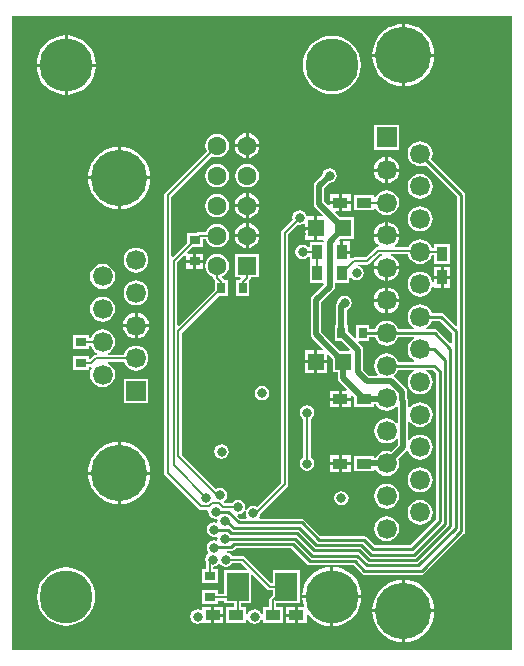
<source format=gbl>
G04 Layer_Physical_Order=4*
G04 Layer_Color=16711680*
%FSAX44Y44*%
%MOMM*%
G71*
G01*
G75*
%ADD11R,0.7500X0.9500*%
%ADD12R,1.3000X0.9000*%
%ADD13R,1.3500X1.4500*%
%ADD17C,0.2000*%
%ADD19C,0.5000*%
%ADD20C,0.2540*%
%ADD21C,1.6000*%
%ADD22R,1.6000X1.6000*%
%ADD23C,1.6900*%
%ADD24R,1.6900X1.6900*%
%ADD25C,4.7600*%
%ADD26C,4.5000*%
%ADD27C,0.8000*%
%ADD39R,0.8500X1.3000*%
%ADD40R,0.9500X0.7500*%
%ADD41R,0.9000X1.3000*%
%ADD42R,1.9000X2.4000*%
G36*
X00763762Y00639588D02*
X00341138D01*
Y01176512D01*
X00763762D01*
Y00639588D01*
D02*
G37*
%LPC*%
G36*
X00673350Y01169632D02*
Y01144580D01*
X00698401D01*
X00698176Y01147443D01*
X00697208Y01151475D01*
X00695622Y01155305D01*
X00693455Y01158840D01*
X00690763Y01161993D01*
X00687610Y01164685D01*
X00684075Y01166852D01*
X00680245Y01168438D01*
X00676213Y01169406D01*
X00673350Y01169632D01*
D02*
G37*
G36*
X00670810D02*
X00667947Y01169406D01*
X00663915Y01168438D01*
X00660085Y01166852D01*
X00656550Y01164685D01*
X00653397Y01161993D01*
X00650705Y01158840D01*
X00648538Y01155305D01*
X00646952Y01151475D01*
X00645984Y01147443D01*
X00645759Y01144580D01*
X00670810D01*
Y01169632D01*
D02*
G37*
G36*
X00387820Y01160036D02*
Y01136270D01*
X00411586D01*
X00411228Y01139909D01*
X00409796Y01144629D01*
X00407471Y01148979D01*
X00404342Y01152792D01*
X00400529Y01155921D01*
X00396179Y01158246D01*
X00391459Y01159678D01*
X00387820Y01160036D01*
D02*
G37*
G36*
X00385280Y01160036D02*
X00381641Y01159678D01*
X00376921Y01158246D01*
X00372571Y01155921D01*
X00368758Y01152792D01*
X00365629Y01148979D01*
X00363304Y01144629D01*
X00361872Y01139909D01*
X00361514Y01136270D01*
X00385280D01*
Y01160036D01*
D02*
G37*
G36*
X00670810Y01142040D02*
X00645759D01*
X00645984Y01139177D01*
X00646952Y01135145D01*
X00648538Y01131315D01*
X00650705Y01127780D01*
X00653397Y01124627D01*
X00656550Y01121935D01*
X00660085Y01119768D01*
X00663915Y01118182D01*
X00667947Y01117214D01*
X00670810Y01116988D01*
Y01142040D01*
D02*
G37*
G36*
X00698401D02*
X00673350D01*
Y01116988D01*
X00676213Y01117214D01*
X00680245Y01118182D01*
X00684075Y01119768D01*
X00687610Y01121935D01*
X00690763Y01124627D01*
X00693455Y01127780D01*
X00695622Y01131315D01*
X00697208Y01135145D01*
X00698176Y01139177D01*
X00698401Y01142040D01*
D02*
G37*
G36*
X00611550Y01159619D02*
X00606747Y01159146D01*
X00602129Y01157745D01*
X00597873Y01155470D01*
X00594142Y01152408D01*
X00591080Y01148677D01*
X00588806Y01144421D01*
X00587405Y01139803D01*
X00586931Y01135000D01*
X00587405Y01130197D01*
X00588806Y01125579D01*
X00591080Y01121323D01*
X00594142Y01117592D01*
X00597873Y01114530D01*
X00602129Y01112255D01*
X00606747Y01110854D01*
X00611550Y01110381D01*
X00616353Y01110854D01*
X00620971Y01112255D01*
X00625227Y01114530D01*
X00628958Y01117592D01*
X00632020Y01121323D01*
X00634295Y01125579D01*
X00635695Y01130197D01*
X00636169Y01135000D01*
X00635695Y01139803D01*
X00634295Y01144421D01*
X00632020Y01148677D01*
X00628958Y01152408D01*
X00625227Y01155470D01*
X00620971Y01157745D01*
X00616353Y01159146D01*
X00611550Y01159619D01*
D02*
G37*
G36*
X00411586Y01133730D02*
X00387820D01*
Y01109964D01*
X00391459Y01110322D01*
X00396179Y01111754D01*
X00400529Y01114079D01*
X00404342Y01117208D01*
X00407471Y01121021D01*
X00409796Y01125371D01*
X00411228Y01130091D01*
X00411586Y01133730D01*
D02*
G37*
G36*
X00385280D02*
X00361514D01*
X00361872Y01130091D01*
X00363304Y01125371D01*
X00365629Y01121021D01*
X00368758Y01117208D01*
X00372571Y01114079D01*
X00376921Y01111754D01*
X00381641Y01110322D01*
X00385280Y01109964D01*
Y01133730D01*
D02*
G37*
G36*
X00541020Y01077264D02*
Y01068070D01*
X00550214D01*
X00550019Y01069551D01*
X00548957Y01072115D01*
X00547267Y01074317D01*
X00545065Y01076007D01*
X00542501Y01077069D01*
X00541020Y01077264D01*
D02*
G37*
G36*
X00538480D02*
X00536998Y01077069D01*
X00534435Y01076007D01*
X00532233Y01074317D01*
X00530543Y01072115D01*
X00529481Y01069551D01*
X00529286Y01068070D01*
X00538480D01*
Y01077264D01*
D02*
G37*
G36*
X00668330Y01084160D02*
X00647430D01*
Y01063260D01*
X00668330D01*
Y01084160D01*
D02*
G37*
G36*
X00550214Y01065530D02*
X00541020D01*
Y01056336D01*
X00542501Y01056531D01*
X00545065Y01057593D01*
X00547267Y01059283D01*
X00548957Y01061485D01*
X00550019Y01064048D01*
X00550214Y01065530D01*
D02*
G37*
G36*
X00538480D02*
X00529286D01*
X00529481Y01064048D01*
X00530543Y01061485D01*
X00532233Y01059283D01*
X00534435Y01057593D01*
X00536998Y01056531D01*
X00538480Y01056336D01*
Y01065530D01*
D02*
G37*
G36*
X00659150Y01057018D02*
Y01047370D01*
X00668798D01*
X00668587Y01048969D01*
X00667480Y01051642D01*
X00665718Y01053938D01*
X00663422Y01055700D01*
X00660749Y01056807D01*
X00659150Y01057018D01*
D02*
G37*
G36*
X00656610D02*
X00655011Y01056807D01*
X00652338Y01055700D01*
X00650042Y01053938D01*
X00648280Y01051642D01*
X00647173Y01048969D01*
X00646962Y01047370D01*
X00656610D01*
Y01057018D01*
D02*
G37*
G36*
X00432820Y01065671D02*
Y01040620D01*
X00457872D01*
X00457646Y01043483D01*
X00456678Y01047515D01*
X00455092Y01051345D01*
X00452925Y01054880D01*
X00450233Y01058033D01*
X00447080Y01060725D01*
X00443545Y01062892D01*
X00439715Y01064478D01*
X00435683Y01065446D01*
X00432820Y01065671D01*
D02*
G37*
G36*
X00430280D02*
X00427417Y01065446D01*
X00423385Y01064478D01*
X00419555Y01062892D01*
X00416020Y01060725D01*
X00412867Y01058033D01*
X00410175Y01054880D01*
X00408008Y01051345D01*
X00406422Y01047515D01*
X00405454Y01043483D01*
X00405229Y01040620D01*
X00430280D01*
Y01065671D01*
D02*
G37*
G36*
X00668798Y01044830D02*
X00659150D01*
Y01035182D01*
X00660749Y01035393D01*
X00663422Y01036500D01*
X00665718Y01038262D01*
X00667480Y01040557D01*
X00668587Y01043231D01*
X00668798Y01044830D01*
D02*
G37*
G36*
X00656610D02*
X00646962D01*
X00647173Y01043231D01*
X00648280Y01040557D01*
X00650042Y01038262D01*
X00652338Y01036500D01*
X00655011Y01035393D01*
X00656610Y01035182D01*
Y01044830D01*
D02*
G37*
G36*
X00539750Y01051486D02*
X00537140Y01051143D01*
X00534707Y01050135D01*
X00532618Y01048532D01*
X00531015Y01046443D01*
X00530007Y01044010D01*
X00529664Y01041400D01*
X00530007Y01038790D01*
X00531015Y01036357D01*
X00532618Y01034268D01*
X00534707Y01032665D01*
X00537140Y01031657D01*
X00539750Y01031314D01*
X00542360Y01031657D01*
X00544793Y01032665D01*
X00546882Y01034268D01*
X00548485Y01036357D01*
X00549493Y01038790D01*
X00549836Y01041400D01*
X00549493Y01044010D01*
X00548485Y01046443D01*
X00546882Y01048532D01*
X00544793Y01050135D01*
X00542360Y01051143D01*
X00539750Y01051486D01*
D02*
G37*
G36*
X00514350D02*
X00511740Y01051143D01*
X00509307Y01050135D01*
X00507218Y01048532D01*
X00505615Y01046443D01*
X00504607Y01044010D01*
X00504264Y01041400D01*
X00504607Y01038790D01*
X00505615Y01036357D01*
X00507218Y01034268D01*
X00509307Y01032665D01*
X00511740Y01031657D01*
X00514350Y01031314D01*
X00516960Y01031657D01*
X00519393Y01032665D01*
X00521482Y01034268D01*
X00523085Y01036357D01*
X00524093Y01038790D01*
X00524436Y01041400D01*
X00524093Y01044010D01*
X00523085Y01046443D01*
X00521482Y01048532D01*
X00519393Y01050135D01*
X00516960Y01051143D01*
X00514350Y01051486D01*
D02*
G37*
G36*
X00657880Y01029030D02*
X00655152Y01028671D01*
X00652610Y01027618D01*
X00650427Y01025943D01*
X00648752Y01023760D01*
X00648420Y01022959D01*
X00647150Y01023211D01*
Y01025040D01*
X00630150D01*
Y01012040D01*
X00647150D01*
Y01013769D01*
X00648420Y01014021D01*
X00648752Y01013220D01*
X00650427Y01011037D01*
X00652610Y01009362D01*
X00655152Y01008309D01*
X00657880Y01007950D01*
X00660608Y01008309D01*
X00663150Y01009362D01*
X00665333Y01011037D01*
X00667008Y01013220D01*
X00668061Y01015762D01*
X00668420Y01018490D01*
X00668061Y01021218D01*
X00667008Y01023760D01*
X00665333Y01025943D01*
X00663150Y01027618D01*
X00660608Y01028671D01*
X00657880Y01029030D01*
D02*
G37*
G36*
X00686280Y01042835D02*
X00683552Y01042476D01*
X00681010Y01041423D01*
X00678827Y01039748D01*
X00677152Y01037565D01*
X00676099Y01035023D01*
X00675740Y01032295D01*
X00676099Y01029567D01*
X00677152Y01027025D01*
X00678827Y01024842D01*
X00681010Y01023167D01*
X00683552Y01022114D01*
X00686280Y01021755D01*
X00689008Y01022114D01*
X00691550Y01023167D01*
X00693733Y01024842D01*
X00695408Y01027025D01*
X00696461Y01029567D01*
X00696820Y01032295D01*
X00696461Y01035023D01*
X00695408Y01037565D01*
X00693733Y01039748D01*
X00691550Y01041423D01*
X00689008Y01042476D01*
X00686280Y01042835D01*
D02*
G37*
G36*
X00627690Y01025580D02*
X00619920D01*
Y01019810D01*
X00627690D01*
Y01025580D01*
D02*
G37*
G36*
X00617380D02*
X00609610D01*
Y01019810D01*
X00617380D01*
Y01025580D01*
D02*
G37*
G36*
X00541020Y01026464D02*
Y01017270D01*
X00550214D01*
X00550019Y01018752D01*
X00548957Y01021316D01*
X00547267Y01023517D01*
X00545065Y01025207D01*
X00542501Y01026269D01*
X00541020Y01026464D01*
D02*
G37*
G36*
X00538480D02*
X00536998Y01026269D01*
X00534435Y01025207D01*
X00532233Y01023517D01*
X00530543Y01021316D01*
X00529481Y01018752D01*
X00529286Y01017270D01*
X00538480D01*
Y01026464D01*
D02*
G37*
G36*
X00457872Y01038080D02*
X00432820D01*
Y01013028D01*
X00435683Y01013254D01*
X00439715Y01014222D01*
X00443545Y01015808D01*
X00447080Y01017975D01*
X00450233Y01020667D01*
X00452925Y01023820D01*
X00455092Y01027355D01*
X00456678Y01031185D01*
X00457646Y01035217D01*
X00457872Y01038080D01*
D02*
G37*
G36*
X00430280D02*
X00405229D01*
X00405454Y01035217D01*
X00406422Y01031185D01*
X00408008Y01027355D01*
X00410175Y01023820D01*
X00412867Y01020667D01*
X00416020Y01017975D01*
X00419555Y01015808D01*
X00423385Y01014222D01*
X00427417Y01013254D01*
X00430280Y01013028D01*
Y01038080D01*
D02*
G37*
G36*
X00627690Y01017270D02*
X00619920D01*
Y01011500D01*
X00627690D01*
Y01017270D01*
D02*
G37*
G36*
X00514350Y01026086D02*
X00511740Y01025743D01*
X00509307Y01024735D01*
X00507218Y01023132D01*
X00505615Y01021043D01*
X00504607Y01018611D01*
X00504264Y01016000D01*
X00504607Y01013390D01*
X00505615Y01010957D01*
X00507218Y01008868D01*
X00509307Y01007265D01*
X00511740Y01006257D01*
X00514350Y01005914D01*
X00516960Y01006257D01*
X00519393Y01007265D01*
X00521482Y01008868D01*
X00523085Y01010957D01*
X00524093Y01013390D01*
X00524436Y01016000D01*
X00524093Y01018611D01*
X00523085Y01021043D01*
X00521482Y01023132D01*
X00519393Y01024735D01*
X00516960Y01025743D01*
X00514350Y01026086D01*
D02*
G37*
G36*
X00550214Y01014730D02*
X00541020D01*
Y01005536D01*
X00542501Y01005731D01*
X00545065Y01006793D01*
X00547267Y01008483D01*
X00548957Y01010685D01*
X00550019Y01013249D01*
X00550214Y01014730D01*
D02*
G37*
G36*
X00538480D02*
X00529286D01*
X00529481Y01013249D01*
X00530543Y01010685D01*
X00532233Y01008483D01*
X00534435Y01006793D01*
X00536998Y01005731D01*
X00538480Y01005536D01*
Y01014730D01*
D02*
G37*
G36*
X00686280Y01015225D02*
X00683552Y01014866D01*
X00681010Y01013813D01*
X00678827Y01012138D01*
X00677152Y01009955D01*
X00676099Y01007413D01*
X00675740Y01004685D01*
X00676099Y01001957D01*
X00677152Y00999415D01*
X00678827Y00997232D01*
X00681010Y00995557D01*
X00683552Y00994504D01*
X00686280Y00994145D01*
X00689008Y00994504D01*
X00691550Y00995557D01*
X00693733Y00997232D01*
X00695408Y00999415D01*
X00696461Y01001957D01*
X00696820Y01004685D01*
X00696461Y01007413D01*
X00695408Y01009955D01*
X00693733Y01012138D01*
X00691550Y01013813D01*
X00689008Y01014866D01*
X00686280Y01015225D01*
D02*
G37*
G36*
X00659150Y01001798D02*
Y00992150D01*
X00668798D01*
X00668587Y00993749D01*
X00667480Y00996422D01*
X00665718Y00998718D01*
X00663422Y01000480D01*
X00660749Y01001587D01*
X00659150Y01001798D01*
D02*
G37*
G36*
X00656610D02*
X00655011Y01001587D01*
X00652338Y01000480D01*
X00650042Y00998718D01*
X00648280Y00996422D01*
X00647173Y00993749D01*
X00646962Y00992150D01*
X00656610D01*
Y01001798D01*
D02*
G37*
G36*
X00541020Y01001064D02*
Y00991870D01*
X00550214D01*
X00550019Y00993352D01*
X00548957Y00995916D01*
X00547267Y00998117D01*
X00545065Y00999807D01*
X00542501Y01000869D01*
X00541020Y01001064D01*
D02*
G37*
G36*
X00538480D02*
X00536998Y01000869D01*
X00534435Y00999807D01*
X00532233Y00998117D01*
X00530543Y00995916D01*
X00529481Y00993352D01*
X00529286Y00991870D01*
X00538480D01*
Y01001064D01*
D02*
G37*
G36*
X00596580Y00995680D02*
X00588560D01*
Y00987160D01*
X00596580D01*
Y00995680D01*
D02*
G37*
G36*
X00550214Y00989330D02*
X00541020D01*
Y00980136D01*
X00542501Y00980331D01*
X00545065Y00981393D01*
X00547267Y00983083D01*
X00548957Y00985285D01*
X00550019Y00987849D01*
X00550214Y00989330D01*
D02*
G37*
G36*
X00538480D02*
X00529286D01*
X00529481Y00987849D01*
X00530543Y00985285D01*
X00532233Y00983083D01*
X00534435Y00981393D01*
X00536998Y00980331D01*
X00538480Y00980136D01*
Y00989330D01*
D02*
G37*
G36*
X00626890Y00985670D02*
X00621370D01*
Y00977900D01*
X00626890D01*
Y00985670D01*
D02*
G37*
G36*
X00502590Y00975190D02*
X00496570D01*
Y00970170D01*
X00502590D01*
Y00975190D01*
D02*
G37*
G36*
Y00967630D02*
X00496570D01*
Y00962610D01*
X00502590D01*
Y00967630D01*
D02*
G37*
G36*
X00494030D02*
X00488010D01*
Y00962610D01*
X00494030D01*
Y00967630D01*
D02*
G37*
G36*
X00445750Y00980340D02*
X00443022Y00979981D01*
X00440480Y00978928D01*
X00438297Y00977253D01*
X00436622Y00975070D01*
X00435569Y00972528D01*
X00435210Y00969800D01*
X00435569Y00967072D01*
X00436622Y00964530D01*
X00438297Y00962347D01*
X00440480Y00960672D01*
X00443022Y00959619D01*
X00445750Y00959260D01*
X00448478Y00959619D01*
X00451020Y00960672D01*
X00453203Y00962347D01*
X00454878Y00964530D01*
X00455931Y00967072D01*
X00456290Y00969800D01*
X00455931Y00972528D01*
X00454878Y00975070D01*
X00453203Y00977253D01*
X00451020Y00978928D01*
X00448478Y00979981D01*
X00445750Y00980340D01*
D02*
G37*
G36*
X00711890Y00964240D02*
X00706120D01*
Y00956470D01*
X00711890D01*
Y00964240D01*
D02*
G37*
G36*
X00703580D02*
X00697810D01*
Y00956470D01*
X00703580D01*
Y00964240D01*
D02*
G37*
G36*
X00668798Y00962000D02*
X00659150D01*
Y00952352D01*
X00660749Y00952563D01*
X00663422Y00953670D01*
X00665718Y00955432D01*
X00667480Y00957728D01*
X00668587Y00960401D01*
X00668798Y00962000D01*
D02*
G37*
G36*
X00656610D02*
X00646962D01*
X00647173Y00960401D01*
X00648280Y00957728D01*
X00650042Y00955432D01*
X00652338Y00953670D01*
X00655011Y00952563D01*
X00656610Y00952352D01*
Y00962000D01*
D02*
G37*
G36*
X00711890Y00953930D02*
X00706120D01*
Y00946160D01*
X00711890D01*
Y00953930D01*
D02*
G37*
G36*
X00686280Y00960005D02*
X00683552Y00959646D01*
X00681010Y00958593D01*
X00678827Y00956918D01*
X00677152Y00954735D01*
X00676099Y00952193D01*
X00675740Y00949465D01*
X00676099Y00946737D01*
X00677152Y00944195D01*
X00678827Y00942012D01*
X00681010Y00940337D01*
X00683552Y00939284D01*
X00686280Y00938925D01*
X00689008Y00939284D01*
X00691550Y00940337D01*
X00693733Y00942012D01*
X00695408Y00944195D01*
X00696461Y00946737D01*
X00696540Y00947337D01*
X00697810Y00947254D01*
Y00946160D01*
X00703580D01*
Y00953930D01*
X00697810D01*
Y00951676D01*
X00696540Y00951593D01*
X00696461Y00952193D01*
X00695408Y00954735D01*
X00693733Y00956918D01*
X00691550Y00958593D01*
X00689008Y00959646D01*
X00686280Y00960005D01*
D02*
G37*
G36*
X00417350Y00966490D02*
X00414622Y00966131D01*
X00412080Y00965078D01*
X00409897Y00963403D01*
X00408222Y00961220D01*
X00407169Y00958678D01*
X00406810Y00955950D01*
X00407169Y00953222D01*
X00408222Y00950680D01*
X00409897Y00948497D01*
X00412080Y00946822D01*
X00414622Y00945769D01*
X00417350Y00945410D01*
X00420078Y00945769D01*
X00422620Y00946822D01*
X00424803Y00948497D01*
X00426478Y00950680D01*
X00427531Y00953222D01*
X00427890Y00955950D01*
X00427531Y00958678D01*
X00426478Y00961220D01*
X00424803Y00963403D01*
X00422620Y00965078D01*
X00420078Y00966131D01*
X00417350Y00966490D01*
D02*
G37*
G36*
X00549750Y00975200D02*
X00529750D01*
Y00955200D01*
X00533925D01*
X00534411Y00954027D01*
X00533887Y00953503D01*
X00533484Y00952900D01*
X00530300D01*
Y00939400D01*
X00541800D01*
Y00952764D01*
X00541913Y00952877D01*
X00541913Y00952877D01*
X00542576Y00953869D01*
X00542809Y00955040D01*
Y00955200D01*
X00549750D01*
Y00975200D01*
D02*
G37*
G36*
X00659150Y00946578D02*
Y00936930D01*
X00668798D01*
X00668587Y00938529D01*
X00667480Y00941202D01*
X00665718Y00943498D01*
X00663422Y00945260D01*
X00660749Y00946367D01*
X00659150Y00946578D01*
D02*
G37*
G36*
X00656610D02*
X00655011Y00946367D01*
X00652338Y00945260D01*
X00650042Y00943498D01*
X00648280Y00941202D01*
X00647173Y00938529D01*
X00646962Y00936930D01*
X00656610D01*
Y00946578D01*
D02*
G37*
G36*
X00445750Y00952640D02*
X00443022Y00952281D01*
X00440480Y00951228D01*
X00438297Y00949553D01*
X00436622Y00947370D01*
X00435569Y00944828D01*
X00435210Y00942100D01*
X00435569Y00939372D01*
X00436622Y00936830D01*
X00438297Y00934647D01*
X00440480Y00932972D01*
X00443022Y00931919D01*
X00445750Y00931560D01*
X00448478Y00931919D01*
X00451020Y00932972D01*
X00453203Y00934647D01*
X00454878Y00936830D01*
X00455931Y00939372D01*
X00456290Y00942100D01*
X00455931Y00944828D01*
X00454878Y00947370D01*
X00453203Y00949553D01*
X00451020Y00951228D01*
X00448478Y00952281D01*
X00445750Y00952640D01*
D02*
G37*
G36*
X00668798Y00934390D02*
X00659150D01*
Y00924742D01*
X00660749Y00924953D01*
X00663422Y00926060D01*
X00665718Y00927822D01*
X00667480Y00930118D01*
X00668587Y00932791D01*
X00668798Y00934390D01*
D02*
G37*
G36*
X00656610D02*
X00646962D01*
X00647173Y00932791D01*
X00648280Y00930118D01*
X00650042Y00927822D01*
X00652338Y00926060D01*
X00655011Y00924953D01*
X00656610Y00924742D01*
Y00934390D01*
D02*
G37*
G36*
X00417350Y00938790D02*
X00414622Y00938431D01*
X00412080Y00937378D01*
X00409897Y00935703D01*
X00408222Y00933520D01*
X00407169Y00930978D01*
X00406810Y00928250D01*
X00407169Y00925522D01*
X00408222Y00922980D01*
X00409897Y00920797D01*
X00412080Y00919122D01*
X00414622Y00918069D01*
X00417350Y00917710D01*
X00420078Y00918069D01*
X00422620Y00919122D01*
X00424803Y00920797D01*
X00426478Y00922980D01*
X00427531Y00925522D01*
X00427890Y00928250D01*
X00427531Y00930978D01*
X00426478Y00933520D01*
X00424803Y00935703D01*
X00422620Y00937378D01*
X00420078Y00938431D01*
X00417350Y00938790D01*
D02*
G37*
G36*
X00447020Y00925318D02*
Y00915670D01*
X00456668D01*
X00456457Y00917269D01*
X00455350Y00919942D01*
X00453588Y00922238D01*
X00451292Y00924000D01*
X00448619Y00925107D01*
X00447020Y00925318D01*
D02*
G37*
G36*
X00444480Y00925318D02*
X00442881Y00925107D01*
X00440208Y00924000D01*
X00437912Y00922238D01*
X00436150Y00919942D01*
X00435043Y00917269D01*
X00434832Y00915670D01*
X00444480D01*
Y00925318D01*
D02*
G37*
G36*
X00417350Y00911090D02*
X00414622Y00910731D01*
X00412080Y00909678D01*
X00409897Y00908003D01*
X00408222Y00905820D01*
X00407306Y00903609D01*
X00405530D01*
Y00906290D01*
X00392030D01*
Y00894790D01*
X00405530D01*
Y00897491D01*
X00407306D01*
X00408222Y00895280D01*
X00409897Y00893097D01*
X00412080Y00891422D01*
X00413029Y00891029D01*
X00412776Y00889759D01*
X00411720D01*
X00410549Y00889526D01*
X00409557Y00888863D01*
X00409557Y00888863D01*
X00406800Y00886106D01*
X00405530Y00886632D01*
Y00888290D01*
X00392030D01*
Y00876790D01*
X00405530D01*
Y00879481D01*
X00407560D01*
X00407560Y00879481D01*
X00407685Y00879506D01*
X00408401Y00878354D01*
X00408222Y00878120D01*
X00407169Y00875578D01*
X00406810Y00872850D01*
X00407169Y00870122D01*
X00408222Y00867580D01*
X00409897Y00865397D01*
X00412080Y00863722D01*
X00414622Y00862669D01*
X00417350Y00862310D01*
X00420078Y00862669D01*
X00422620Y00863722D01*
X00424803Y00865397D01*
X00426478Y00867580D01*
X00427531Y00870122D01*
X00427890Y00872850D01*
X00427531Y00875578D01*
X00426478Y00878120D01*
X00424803Y00880303D01*
X00422620Y00881978D01*
X00421671Y00882371D01*
X00421923Y00883641D01*
X00435706D01*
X00436622Y00881430D01*
X00438297Y00879247D01*
X00440480Y00877572D01*
X00443022Y00876519D01*
X00445750Y00876160D01*
X00448478Y00876519D01*
X00451020Y00877572D01*
X00453203Y00879247D01*
X00454878Y00881430D01*
X00455931Y00883972D01*
X00456290Y00886700D01*
X00455931Y00889428D01*
X00454878Y00891970D01*
X00453203Y00894153D01*
X00451020Y00895828D01*
X00448478Y00896881D01*
X00445750Y00897240D01*
X00443022Y00896881D01*
X00440480Y00895828D01*
X00438297Y00894153D01*
X00436622Y00891970D01*
X00435706Y00889759D01*
X00421923D01*
X00421671Y00891029D01*
X00422620Y00891422D01*
X00424803Y00893097D01*
X00426478Y00895280D01*
X00427531Y00897822D01*
X00427890Y00900550D01*
X00427531Y00903278D01*
X00426478Y00905820D01*
X00424803Y00908003D01*
X00422620Y00909678D01*
X00420078Y00910731D01*
X00417350Y00911090D01*
D02*
G37*
G36*
X00444480Y00913130D02*
X00434832D01*
X00435043Y00911531D01*
X00436150Y00908858D01*
X00437912Y00906562D01*
X00440208Y00904800D01*
X00442881Y00903693D01*
X00444480Y00903482D01*
Y00913130D01*
D02*
G37*
G36*
X00456668D02*
X00447020D01*
Y00903482D01*
X00448619Y00903693D01*
X00451292Y00904800D01*
X00453588Y00906562D01*
X00455350Y00908858D01*
X00456457Y00911531D01*
X00456668Y00913130D01*
D02*
G37*
G36*
X00596580Y00893710D02*
X00588560D01*
Y00885190D01*
X00596580D01*
Y00893710D01*
D02*
G37*
G36*
X00607140Y00882650D02*
X00599120D01*
Y00874130D01*
X00607140D01*
Y00882650D01*
D02*
G37*
G36*
X00596580D02*
X00588560D01*
Y00874130D01*
X00596580D01*
Y00882650D01*
D02*
G37*
G36*
X00617380Y00859210D02*
X00609610D01*
Y00853440D01*
X00617380D01*
Y00859210D01*
D02*
G37*
G36*
X00552450Y00863367D02*
X00550109Y00862902D01*
X00548124Y00861576D01*
X00546798Y00859591D01*
X00546333Y00857250D01*
X00546798Y00854909D01*
X00548124Y00852924D01*
X00550109Y00851598D01*
X00552450Y00851133D01*
X00554791Y00851598D01*
X00556776Y00852924D01*
X00558102Y00854909D01*
X00558568Y00857250D01*
X00558102Y00859591D01*
X00556776Y00861576D01*
X00554791Y00862902D01*
X00552450Y00863367D01*
D02*
G37*
G36*
X00456200Y00869450D02*
X00435300D01*
Y00848550D01*
X00456200D01*
Y00869450D01*
D02*
G37*
G36*
X00627690Y00850900D02*
X00619920D01*
Y00845130D01*
X00627690D01*
Y00850900D01*
D02*
G37*
G36*
X00617380D02*
X00609610D01*
Y00845130D01*
X00617380D01*
Y00850900D01*
D02*
G37*
G36*
X00518160Y00813838D02*
X00515819Y00813372D01*
X00513834Y00812046D01*
X00512508Y00810061D01*
X00512043Y00807720D01*
X00512508Y00805379D01*
X00513834Y00803394D01*
X00515819Y00802068D01*
X00518160Y00801602D01*
X00520501Y00802068D01*
X00522486Y00803394D01*
X00523812Y00805379D01*
X00524277Y00807720D01*
X00523812Y00810061D01*
X00522486Y00812046D01*
X00520501Y00813372D01*
X00518160Y00813838D01*
D02*
G37*
G36*
X00627690Y00804600D02*
X00619920D01*
Y00798830D01*
X00627690D01*
Y00804600D01*
D02*
G37*
G36*
X00617380D02*
X00609610D01*
Y00798830D01*
X00617380D01*
Y00804600D01*
D02*
G37*
G36*
X00590550Y00846858D02*
X00588209Y00846392D01*
X00586224Y00845066D01*
X00584898Y00843081D01*
X00584432Y00840740D01*
X00584898Y00838399D01*
X00586224Y00836414D01*
X00587491Y00835568D01*
Y00802732D01*
X00586224Y00801886D01*
X00584898Y00799901D01*
X00584432Y00797560D01*
X00584898Y00795219D01*
X00586224Y00793234D01*
X00588209Y00791908D01*
X00590550Y00791442D01*
X00592891Y00791908D01*
X00594876Y00793234D01*
X00596202Y00795219D01*
X00596668Y00797560D01*
X00596202Y00799901D01*
X00594876Y00801886D01*
X00593609Y00802732D01*
Y00835568D01*
X00594876Y00836414D01*
X00596202Y00838399D01*
X00596668Y00840740D01*
X00596202Y00843081D01*
X00594876Y00845066D01*
X00592891Y00846392D01*
X00590550Y00846858D01*
D02*
G37*
G36*
X00432820Y00815771D02*
Y00790720D01*
X00457872D01*
X00457646Y00793583D01*
X00456678Y00797615D01*
X00455092Y00801445D01*
X00452925Y00804980D01*
X00450233Y00808133D01*
X00447080Y00810825D01*
X00443545Y00812992D01*
X00439715Y00814578D01*
X00435683Y00815546D01*
X00432820Y00815771D01*
D02*
G37*
G36*
X00430280D02*
X00427417Y00815546D01*
X00423385Y00814578D01*
X00419555Y00812992D01*
X00416020Y00810825D01*
X00412867Y00808133D01*
X00410175Y00804980D01*
X00408008Y00801445D01*
X00406422Y00797615D01*
X00405454Y00793583D01*
X00405229Y00790720D01*
X00430280D01*
Y00815771D01*
D02*
G37*
G36*
X00627690Y00796290D02*
X00619920D01*
Y00790520D01*
X00627690D01*
Y00796290D01*
D02*
G37*
G36*
X00617380D02*
X00609610D01*
Y00790520D01*
X00617380D01*
Y00796290D01*
D02*
G37*
G36*
X00686280Y00794345D02*
X00683552Y00793986D01*
X00681010Y00792933D01*
X00678827Y00791258D01*
X00677152Y00789075D01*
X00676099Y00786533D01*
X00675740Y00783805D01*
X00676099Y00781077D01*
X00677152Y00778535D01*
X00678827Y00776352D01*
X00681010Y00774677D01*
X00683552Y00773624D01*
X00686280Y00773265D01*
X00689008Y00773624D01*
X00691550Y00774677D01*
X00693733Y00776352D01*
X00695408Y00778535D01*
X00696461Y00781077D01*
X00696820Y00783805D01*
X00696461Y00786533D01*
X00695408Y00789075D01*
X00693733Y00791258D01*
X00691550Y00792933D01*
X00689008Y00793986D01*
X00686280Y00794345D01*
D02*
G37*
G36*
X00430280Y00788180D02*
X00405229D01*
X00405454Y00785317D01*
X00406422Y00781285D01*
X00408008Y00777455D01*
X00410175Y00773920D01*
X00412867Y00770767D01*
X00416020Y00768075D01*
X00419555Y00765908D01*
X00423385Y00764322D01*
X00427417Y00763354D01*
X00430280Y00763129D01*
Y00788180D01*
D02*
G37*
G36*
X00457872D02*
X00432820D01*
Y00763129D01*
X00435683Y00763354D01*
X00439715Y00764322D01*
X00443545Y00765908D01*
X00447080Y00768075D01*
X00450233Y00770767D01*
X00452925Y00773920D01*
X00455092Y00777455D01*
X00456678Y00781285D01*
X00457646Y00785317D01*
X00457872Y00788180D01*
D02*
G37*
G36*
X00619600Y00774307D02*
X00617259Y00773842D01*
X00615274Y00772516D01*
X00613948Y00770531D01*
X00613483Y00768190D01*
X00613948Y00765849D01*
X00615274Y00763864D01*
X00617259Y00762538D01*
X00619600Y00762073D01*
X00621941Y00762538D01*
X00623926Y00763864D01*
X00625252Y00765849D01*
X00625718Y00768190D01*
X00625252Y00770531D01*
X00623926Y00772516D01*
X00621941Y00773842D01*
X00619600Y00774307D01*
D02*
G37*
G36*
X00657880Y00780540D02*
X00655152Y00780181D01*
X00652610Y00779128D01*
X00650427Y00777453D01*
X00648752Y00775270D01*
X00647699Y00772728D01*
X00647340Y00770000D01*
X00647699Y00767272D01*
X00648752Y00764730D01*
X00650427Y00762547D01*
X00652610Y00760872D01*
X00655152Y00759819D01*
X00657880Y00759460D01*
X00660608Y00759819D01*
X00663150Y00760872D01*
X00665333Y00762547D01*
X00667008Y00764730D01*
X00668061Y00767272D01*
X00668420Y00770000D01*
X00668061Y00772728D01*
X00667008Y00775270D01*
X00665333Y00777453D01*
X00663150Y00779128D01*
X00660608Y00780181D01*
X00657880Y00780540D01*
D02*
G37*
G36*
X00514350Y01076886D02*
X00511740Y01076543D01*
X00509307Y01075535D01*
X00507218Y01073932D01*
X00505615Y01071843D01*
X00504607Y01069410D01*
X00504264Y01066800D01*
X00504607Y01064190D01*
X00505429Y01062205D01*
X00470277Y01027053D01*
X00469614Y01026060D01*
X00469381Y01024890D01*
X00469381Y01024890D01*
Y00789940D01*
X00469381Y00789940D01*
X00469614Y00788770D01*
X00470277Y00787777D01*
X00498867Y00759187D01*
X00499860Y00758524D01*
X00501030Y00758291D01*
X00506234D01*
X00507040Y00757309D01*
X00506963Y00756920D01*
X00507428Y00754579D01*
X00508754Y00752594D01*
X00510739Y00751268D01*
X00513080Y00750803D01*
X00513834Y00750953D01*
X00514733Y00750054D01*
X00514582Y00749300D01*
X00514760Y00748407D01*
X00514662Y00748233D01*
X00513660Y00747430D01*
X00511810Y00747797D01*
X00509469Y00747332D01*
X00507484Y00746006D01*
X00506158Y00744021D01*
X00505692Y00741680D01*
X00506158Y00739339D01*
X00507484Y00737354D01*
X00509469Y00736028D01*
X00511810Y00735563D01*
X00513660Y00735930D01*
X00514662Y00735127D01*
X00514760Y00734953D01*
X00514582Y00734060D01*
X00514760Y00733167D01*
X00514662Y00732993D01*
X00513660Y00732190D01*
X00511810Y00732558D01*
X00509469Y00732092D01*
X00507484Y00730766D01*
X00506158Y00728781D01*
X00505692Y00726440D01*
X00506158Y00724099D01*
X00507084Y00722714D01*
X00506922Y00721079D01*
X00506214Y00720606D01*
X00504888Y00718621D01*
X00504422Y00716280D01*
X00504888Y00713939D01*
X00504959Y00713832D01*
X00504941Y00713740D01*
X00504941Y00713740D01*
Y00708170D01*
X00501250D01*
Y00696670D01*
X00514750D01*
Y00708170D01*
X00511059D01*
Y00710266D01*
X00512881Y00710628D01*
X00514866Y00711954D01*
X00515491Y00712890D01*
X00517019D01*
X00517644Y00711954D01*
X00519629Y00710628D01*
X00521970Y00710163D01*
X00524311Y00710628D01*
X00526296Y00711954D01*
X00527142Y00713221D01*
X00534673D01*
X00539301Y00708593D01*
X00538815Y00707420D01*
X00520450D01*
Y00687479D01*
X00514750D01*
Y00690170D01*
X00501250D01*
Y00678670D01*
X00514750D01*
Y00681361D01*
X00520450D01*
Y00679420D01*
X00528891D01*
Y00675790D01*
X00522200D01*
Y00662790D01*
X00539200D01*
Y00665444D01*
X00540448Y00665679D01*
X00541774Y00663694D01*
X00543759Y00662368D01*
X00546100Y00661902D01*
X00548441Y00662368D01*
X00550426Y00663694D01*
X00551752Y00665679D01*
X00553000Y00665444D01*
Y00662790D01*
X00570000D01*
Y00675790D01*
X00564559D01*
Y00679420D01*
X00584450D01*
Y00707420D01*
X00561450D01*
Y00696479D01*
X00560067D01*
X00538103Y00718443D01*
X00537110Y00719106D01*
X00535940Y00719339D01*
X00535940Y00719339D01*
X00527142D01*
X00526296Y00720606D01*
X00524311Y00721932D01*
X00523034Y00722186D01*
X00523159Y00723456D01*
X00526130D01*
X00527406Y00723710D01*
X00528488Y00724433D01*
X00530241Y00726186D01*
X00576987D01*
X00590531Y00712643D01*
X00591613Y00711920D01*
X00592888Y00711666D01*
X00629487D01*
X00636670Y00704482D01*
X00637752Y00703760D01*
X00639028Y00703506D01*
X00687495D01*
X00688771Y00703760D01*
X00689853Y00704482D01*
X00723367Y00737997D01*
X00724090Y00739079D01*
X00724344Y00740355D01*
Y01025175D01*
X00724090Y01026451D01*
X00723367Y01027533D01*
X00695659Y01055241D01*
X00696461Y01057177D01*
X00696820Y01059905D01*
X00696461Y01062633D01*
X00695408Y01065175D01*
X00693733Y01067358D01*
X00691550Y01069033D01*
X00689008Y01070086D01*
X00686280Y01070445D01*
X00683552Y01070086D01*
X00681010Y01069033D01*
X00678827Y01067358D01*
X00677152Y01065175D01*
X00676099Y01062633D01*
X00675740Y01059905D01*
X00676099Y01057177D01*
X00677152Y01054635D01*
X00678827Y01052452D01*
X00681010Y01050777D01*
X00683552Y01049724D01*
X00686280Y01049365D01*
X00689008Y01049724D01*
X00690944Y01050526D01*
X00717676Y01023794D01*
Y00914838D01*
X00716503Y00914352D01*
X00706643Y00924212D01*
X00705561Y00924935D01*
X00704285Y00925189D01*
X00696210D01*
X00695408Y00927125D01*
X00693733Y00929308D01*
X00691550Y00930983D01*
X00689008Y00932036D01*
X00686280Y00932395D01*
X00683552Y00932036D01*
X00681010Y00930983D01*
X00678827Y00929308D01*
X00677152Y00927125D01*
X00676099Y00924583D01*
X00675740Y00921855D01*
X00676099Y00919127D01*
X00677152Y00916585D01*
X00678827Y00914402D01*
X00681010Y00912727D01*
X00681186Y00912654D01*
X00680933Y00911384D01*
X00667810D01*
X00667008Y00913320D01*
X00665333Y00915503D01*
X00663150Y00917178D01*
X00660608Y00918231D01*
X00657880Y00918590D01*
X00655152Y00918231D01*
X00652610Y00917178D01*
X00650427Y00915503D01*
X00648752Y00913320D01*
X00647950Y00911384D01*
X00643400D01*
Y00914800D01*
X00631900D01*
Y00903948D01*
X00630727Y00903462D01*
X00625400Y00908789D01*
Y00914800D01*
X00624238D01*
Y00927718D01*
X00624641Y00927798D01*
X00626626Y00929124D01*
X00627952Y00931109D01*
X00628418Y00933450D01*
X00627952Y00935791D01*
X00626626Y00937776D01*
X00624641Y00939102D01*
X00622300Y00939567D01*
X00619959Y00939102D01*
X00617974Y00937776D01*
X00616648Y00935791D01*
X00616256Y00933821D01*
X00615411Y00932556D01*
X00615062Y00930800D01*
Y00914800D01*
X00613900D01*
Y00901300D01*
X00619911D01*
X00626868Y00894343D01*
X00626382Y00893170D01*
X00618589D01*
X00602758Y00909000D01*
Y00934090D01*
X00612844Y00944176D01*
X00613839Y00945664D01*
X00614188Y00947420D01*
Y00950350D01*
X00626350D01*
Y00954909D01*
X00627620Y00955294D01*
X00628134Y00954524D01*
X00630119Y00953198D01*
X00632460Y00952732D01*
X00634801Y00953198D01*
X00636786Y00954524D01*
X00638112Y00956509D01*
X00638577Y00958850D01*
X00638112Y00961191D01*
X00636786Y00963176D01*
X00634801Y00964502D01*
X00633899Y00964681D01*
X00634025Y00965951D01*
X00641350D01*
X00641350Y00965951D01*
X00642521Y00966184D01*
X00643513Y00966847D01*
X00651507Y00974841D01*
X00653779D01*
X00654031Y00973571D01*
X00652338Y00972870D01*
X00650042Y00971108D01*
X00648280Y00968812D01*
X00647173Y00966139D01*
X00646962Y00964540D01*
X00668798D01*
X00668587Y00966139D01*
X00667480Y00968812D01*
X00665718Y00971108D01*
X00663422Y00972870D01*
X00661729Y00973571D01*
X00661982Y00974841D01*
X00676034D01*
X00676099Y00974347D01*
X00677152Y00971805D01*
X00678827Y00969622D01*
X00681010Y00967947D01*
X00683552Y00966894D01*
X00686280Y00966535D01*
X00689008Y00966894D01*
X00691550Y00967947D01*
X00693733Y00969622D01*
X00695408Y00971805D01*
X00696324Y00974016D01*
X00698350D01*
Y00966700D01*
X00711350D01*
Y00983700D01*
X00698350D01*
Y00980134D01*
X00696324D01*
X00695408Y00982345D01*
X00693733Y00984528D01*
X00691550Y00986203D01*
X00689008Y00987256D01*
X00686280Y00987615D01*
X00683552Y00987256D01*
X00681010Y00986203D01*
X00678827Y00984528D01*
X00677152Y00982345D01*
X00676578Y00980959D01*
X00665090D01*
X00664659Y00982229D01*
X00665718Y00983042D01*
X00667480Y00985338D01*
X00668587Y00988011D01*
X00668798Y00989610D01*
X00646962D01*
X00647173Y00988011D01*
X00648280Y00985338D01*
X00650042Y00983042D01*
X00651101Y00982229D01*
X00650670Y00980959D01*
X00650240D01*
X00650240Y00980959D01*
X00649070Y00980726D01*
X00648077Y00980063D01*
X00648077Y00980063D01*
X00640083Y00972069D01*
X00630260D01*
X00629089Y00971836D01*
X00628160Y00971215D01*
X00627600Y00971331D01*
X00626890Y00971625D01*
Y00975360D01*
X00620100D01*
Y00976630D01*
X00618830D01*
Y00985670D01*
X00618218D01*
X00617732Y00986843D01*
X00618589Y00987700D01*
X00630100D01*
Y01006200D01*
X00618589D01*
X00614462Y01010327D01*
X00614948Y01011500D01*
X00617380D01*
Y01017270D01*
X00609610D01*
Y01016838D01*
X00608437Y01016352D01*
X00605298Y01019491D01*
Y01030610D01*
X00610063Y01035375D01*
X00611941Y01035748D01*
X00613926Y01037074D01*
X00615252Y01039059D01*
X00615718Y01041400D01*
X00615252Y01043741D01*
X00613926Y01045726D01*
X00611941Y01047052D01*
X00609600Y01047517D01*
X00607259Y01047052D01*
X00605274Y01045726D01*
X00603948Y01043741D01*
X00603575Y01041863D01*
X00597466Y01035754D01*
X00596471Y01034266D01*
X00596122Y01032510D01*
Y01017590D01*
X00596471Y01015834D01*
X00597466Y01014346D01*
X00603898Y01007913D01*
X00603412Y01006740D01*
X00599120D01*
Y00996950D01*
Y00987160D01*
X00603822D01*
X00604582Y00986087D01*
X00604130Y00985130D01*
X00592850D01*
Y00980571D01*
X00591580Y00980186D01*
X00591066Y00980956D01*
X00589081Y00982282D01*
X00586740Y00982747D01*
X00584399Y00982282D01*
X00582414Y00980956D01*
X00581088Y00978971D01*
X00580622Y00976630D01*
X00581088Y00974289D01*
X00582414Y00972304D01*
X00584399Y00970978D01*
X00586740Y00970512D01*
X00589081Y00970978D01*
X00591066Y00972304D01*
X00591580Y00973074D01*
X00592850Y00972689D01*
Y00968130D01*
X00592850D01*
Y00967350D01*
X00592850D01*
Y00950350D01*
X00604431D01*
X00604771Y00949080D01*
X00594926Y00939234D01*
X00593931Y00937746D01*
X00593582Y00935990D01*
Y00907100D01*
X00593931Y00905344D01*
X00594926Y00903856D01*
X00603898Y00894883D01*
X00603412Y00893710D01*
X00599120D01*
Y00885190D01*
X00607140D01*
Y00889982D01*
X00608313Y00890468D01*
X00612600Y00886181D01*
Y00874670D01*
X00616442D01*
Y00869790D01*
X00616791Y00868034D01*
X00617786Y00866546D01*
X00623948Y00860383D01*
X00623462Y00859210D01*
X00619920D01*
Y00853440D01*
X00627690D01*
Y00854982D01*
X00628863Y00855468D01*
X00630150Y00854181D01*
Y00845670D01*
X00647150D01*
Y00847582D01*
X00648743D01*
X00648752Y00847560D01*
X00650427Y00845377D01*
X00652610Y00843702D01*
X00655152Y00842649D01*
X00657880Y00842290D01*
X00660608Y00842649D01*
X00663150Y00843702D01*
X00665333Y00845377D01*
X00665972Y00846209D01*
X00667242Y00845778D01*
Y00832272D01*
X00665972Y00831840D01*
X00665333Y00832673D01*
X00663150Y00834348D01*
X00660608Y00835401D01*
X00657880Y00835760D01*
X00655152Y00835401D01*
X00652610Y00834348D01*
X00650427Y00832673D01*
X00648752Y00830490D01*
X00647699Y00827948D01*
X00647340Y00825220D01*
X00647699Y00822492D01*
X00648752Y00819950D01*
X00650427Y00817767D01*
X00652610Y00816092D01*
X00655152Y00815039D01*
X00657880Y00814680D01*
X00660608Y00815039D01*
X00663150Y00816092D01*
X00665333Y00817767D01*
X00665972Y00818599D01*
X00667242Y00818168D01*
Y00813460D01*
X00661290Y00807508D01*
X00660608Y00807791D01*
X00657880Y00808150D01*
X00655152Y00807791D01*
X00652610Y00806738D01*
X00650427Y00805063D01*
X00648752Y00802880D01*
X00648469Y00802198D01*
X00647150D01*
Y00804060D01*
X00630150D01*
Y00791060D01*
X00647150D01*
Y00793022D01*
X00648469D01*
X00648752Y00792340D01*
X00650427Y00790157D01*
X00652610Y00788482D01*
X00655152Y00787429D01*
X00657880Y00787070D01*
X00660608Y00787429D01*
X00663150Y00788482D01*
X00665333Y00790157D01*
X00667008Y00792340D01*
X00668061Y00794882D01*
X00668420Y00797610D01*
X00668061Y00800338D01*
X00667778Y00801020D01*
X00674936Y00808177D01*
X00675584Y00808190D01*
X00676386Y00807993D01*
X00677152Y00806145D01*
X00678827Y00803962D01*
X00681010Y00802287D01*
X00683552Y00801234D01*
X00686280Y00800875D01*
X00689008Y00801234D01*
X00691550Y00802287D01*
X00693733Y00803962D01*
X00695408Y00806145D01*
X00696461Y00808687D01*
X00696820Y00811415D01*
X00696461Y00814143D01*
X00695408Y00816685D01*
X00693733Y00818868D01*
X00691550Y00820543D01*
X00689008Y00821596D01*
X00686280Y00821955D01*
X00683552Y00821596D01*
X00681010Y00820543D01*
X00678827Y00818868D01*
X00677688Y00817384D01*
X00676418Y00817815D01*
Y00832625D01*
X00677688Y00833056D01*
X00678827Y00831572D01*
X00681010Y00829897D01*
X00683552Y00828844D01*
X00686280Y00828485D01*
X00689008Y00828844D01*
X00691550Y00829897D01*
X00693733Y00831572D01*
X00695408Y00833755D01*
X00696461Y00836297D01*
X00696820Y00839025D01*
X00696461Y00841753D01*
X00695408Y00844295D01*
X00693733Y00846478D01*
X00691550Y00848153D01*
X00689008Y00849206D01*
X00686280Y00849565D01*
X00683552Y00849206D01*
X00681010Y00848153D01*
X00678827Y00846478D01*
X00677688Y00844994D01*
X00676418Y00845425D01*
Y00850280D01*
X00676069Y00852036D01*
X00675418Y00853010D01*
Y00858194D01*
X00675069Y00859950D01*
X00674074Y00861438D01*
X00664858Y00870654D01*
X00664393Y00870965D01*
X00664352Y00872234D01*
X00665333Y00872987D01*
X00667008Y00875170D01*
X00667810Y00877106D01*
X00680933D01*
X00681186Y00875836D01*
X00681010Y00875763D01*
X00678827Y00874088D01*
X00677152Y00871905D01*
X00676099Y00869363D01*
X00675740Y00866635D01*
X00676099Y00863907D01*
X00677152Y00861365D01*
X00678827Y00859182D01*
X00681010Y00857507D01*
X00683552Y00856454D01*
X00686280Y00856095D01*
X00689008Y00856454D01*
X00691550Y00857507D01*
X00693733Y00859182D01*
X00695408Y00861365D01*
X00696461Y00863907D01*
X00696820Y00866635D01*
X00696461Y00869363D01*
X00695408Y00871905D01*
X00693733Y00874088D01*
X00691550Y00875763D01*
X00691374Y00875836D01*
X00691627Y00877106D01*
X00696789D01*
X00699516Y00874379D01*
Y00750022D01*
X00677829Y00728334D01*
X00647931D01*
X00640748Y00735518D01*
X00639666Y00736240D01*
X00638390Y00736494D01*
X00601791D01*
X00588248Y00750038D01*
X00587166Y00750760D01*
X00585891Y00751014D01*
X00550476D01*
X00549797Y00752284D01*
X00550482Y00753309D01*
X00550794Y00754878D01*
X00573663Y00777747D01*
X00574326Y00778739D01*
X00574559Y00779910D01*
X00574559Y00779910D01*
Y00991873D01*
X00582705Y01000020D01*
X00584200Y00999723D01*
X00586541Y01000188D01*
X00587290Y01000688D01*
X00588560Y01000010D01*
Y00998220D01*
X00596580D01*
Y01006740D01*
X00590139D01*
X00589852Y01008181D01*
X00588526Y01010166D01*
X00586541Y01011492D01*
X00584200Y01011957D01*
X00581859Y01011492D01*
X00579874Y01010166D01*
X00578548Y01008181D01*
X00578083Y01005840D01*
X00578380Y01004345D01*
X00569337Y00995303D01*
X00568674Y00994311D01*
X00568441Y00993140D01*
X00568441Y00993140D01*
Y00781177D01*
X00548007Y00760743D01*
X00547171Y00761302D01*
X00544830Y00761768D01*
X00542489Y00761302D01*
X00540504Y00759976D01*
X00539178Y00757991D01*
X00538713Y00755650D01*
X00539178Y00753309D01*
X00539863Y00752284D01*
X00539184Y00751014D01*
X00533982D01*
X00531497Y00753499D01*
X00531824Y00754110D01*
X00532172Y00754621D01*
X00534471Y00755078D01*
X00536456Y00756404D01*
X00537782Y00758389D01*
X00538247Y00760730D01*
X00537782Y00763071D01*
X00536456Y00765056D01*
X00534471Y00766382D01*
X00532130Y00766848D01*
X00529789Y00766382D01*
X00527804Y00765056D01*
X00527031Y00763899D01*
X00521129D01*
X00520369Y00764726D01*
X00520530Y00766136D01*
X00521216Y00766594D01*
X00522542Y00768579D01*
X00523008Y00770920D01*
X00522542Y00773261D01*
X00521216Y00775246D01*
X00519231Y00776572D01*
X00516890Y00777038D01*
X00514549Y00776572D01*
X00513617Y00775949D01*
X00484579Y00804987D01*
Y00908353D01*
X00515626Y00939400D01*
X00523800D01*
Y00952900D01*
X00520616D01*
X00520213Y00953503D01*
X00518686Y00955029D01*
X00518934Y00956275D01*
X00519393Y00956465D01*
X00521482Y00958068D01*
X00523085Y00960157D01*
X00524093Y00962589D01*
X00524436Y00965200D01*
X00524093Y00967811D01*
X00523085Y00970243D01*
X00521482Y00972332D01*
X00519393Y00973935D01*
X00516960Y00974943D01*
X00514350Y00975286D01*
X00511740Y00974943D01*
X00509307Y00973935D01*
X00507218Y00972332D01*
X00505615Y00970243D01*
X00504607Y00967811D01*
X00504264Y00965200D01*
X00504607Y00962589D01*
X00505615Y00960157D01*
X00507218Y00958068D01*
X00509307Y00956465D01*
X00511291Y00955643D01*
Y00955040D01*
X00511291Y00955040D01*
X00511524Y00953869D01*
X00512187Y00952877D01*
X00512300Y00952764D01*
Y00944726D01*
X00481752Y00914178D01*
X00480579Y00914664D01*
Y00967853D01*
X00486740Y00974014D01*
X00488010Y00973488D01*
Y00970170D01*
X00494030D01*
Y00975190D01*
X00489712D01*
X00489186Y00976460D01*
X00493876Y00981150D01*
X00502050D01*
Y00987541D01*
X00504793D01*
X00505615Y00985557D01*
X00507218Y00983468D01*
X00509307Y00981865D01*
X00511740Y00980857D01*
X00514350Y00980514D01*
X00516960Y00980857D01*
X00519393Y00981865D01*
X00521482Y00983468D01*
X00523085Y00985557D01*
X00524093Y00987990D01*
X00524436Y00990600D01*
X00524093Y00993211D01*
X00523085Y00995643D01*
X00521482Y00997732D01*
X00519393Y00999335D01*
X00516960Y01000343D01*
X00514350Y01000686D01*
X00511740Y01000343D01*
X00509307Y00999335D01*
X00507218Y00997732D01*
X00505615Y00995643D01*
X00504793Y00993659D01*
X00499000D01*
X00497830Y00993426D01*
X00496837Y00992763D01*
X00496724Y00992650D01*
X00488550D01*
Y00984476D01*
X00476672Y00972598D01*
X00475499Y00973084D01*
Y01023623D01*
X00509755Y01057879D01*
X00511740Y01057057D01*
X00514350Y01056714D01*
X00516960Y01057057D01*
X00519393Y01058065D01*
X00521482Y01059668D01*
X00523085Y01061757D01*
X00524093Y01064190D01*
X00524436Y01066800D01*
X00524093Y01069410D01*
X00523085Y01071843D01*
X00521482Y01073932D01*
X00519393Y01075535D01*
X00516960Y01076543D01*
X00514350Y01076886D01*
D02*
G37*
G36*
X00686280Y00766735D02*
X00683552Y00766376D01*
X00681010Y00765323D01*
X00678827Y00763648D01*
X00677152Y00761465D01*
X00676099Y00758923D01*
X00675740Y00756195D01*
X00676099Y00753467D01*
X00677152Y00750925D01*
X00678827Y00748742D01*
X00681010Y00747067D01*
X00683552Y00746014D01*
X00686280Y00745655D01*
X00689008Y00746014D01*
X00691550Y00747067D01*
X00693733Y00748742D01*
X00695408Y00750925D01*
X00696461Y00753467D01*
X00696820Y00756195D01*
X00696461Y00758923D01*
X00695408Y00761465D01*
X00693733Y00763648D01*
X00691550Y00765323D01*
X00689008Y00766376D01*
X00686280Y00766735D01*
D02*
G37*
G36*
X00657880Y00752930D02*
X00655152Y00752571D01*
X00652610Y00751518D01*
X00650427Y00749843D01*
X00648752Y00747660D01*
X00647699Y00745118D01*
X00647340Y00742390D01*
X00647699Y00739662D01*
X00648752Y00737120D01*
X00650427Y00734937D01*
X00652610Y00733262D01*
X00655152Y00732209D01*
X00657880Y00731850D01*
X00660608Y00732209D01*
X00663150Y00733262D01*
X00665333Y00734937D01*
X00667008Y00737120D01*
X00668061Y00739662D01*
X00668420Y00742390D01*
X00668061Y00745118D01*
X00667008Y00747660D01*
X00665333Y00749843D01*
X00663150Y00751518D01*
X00660608Y00752571D01*
X00657880Y00752930D01*
D02*
G37*
G36*
X00612820Y00710036D02*
Y00686270D01*
X00636586D01*
X00636228Y00689909D01*
X00634796Y00694629D01*
X00632471Y00698979D01*
X00629342Y00702792D01*
X00625529Y00705921D01*
X00621179Y00708246D01*
X00616459Y00709678D01*
X00612820Y00710036D01*
D02*
G37*
G36*
X00610280D02*
X00606641Y00709678D01*
X00601921Y00708246D01*
X00597571Y00705921D01*
X00593758Y00702792D01*
X00590629Y00698979D01*
X00588304Y00694629D01*
X00586872Y00689909D01*
X00586514Y00686270D01*
X00610280D01*
Y00710036D01*
D02*
G37*
G36*
X00673350Y00699111D02*
Y00674060D01*
X00698401D01*
X00698176Y00676923D01*
X00697208Y00680955D01*
X00695622Y00684785D01*
X00693455Y00688320D01*
X00690763Y00691473D01*
X00687610Y00694165D01*
X00684075Y00696332D01*
X00680245Y00697918D01*
X00676213Y00698886D01*
X00673350Y00699111D01*
D02*
G37*
G36*
X00670810D02*
X00667947Y00698886D01*
X00663915Y00697918D01*
X00660085Y00696332D01*
X00656550Y00694165D01*
X00653397Y00691473D01*
X00650705Y00688320D01*
X00648538Y00684785D01*
X00646952Y00680955D01*
X00645984Y00676923D01*
X00645759Y00674060D01*
X00670810D01*
Y00699111D01*
D02*
G37*
G36*
X00509430Y00676330D02*
X00501660D01*
Y00674031D01*
X00500540Y00673432D01*
X00500181Y00673672D01*
X00497840Y00674137D01*
X00495499Y00673672D01*
X00493514Y00672346D01*
X00492188Y00670361D01*
X00491722Y00668020D01*
X00492188Y00665679D01*
X00493514Y00663694D01*
X00495499Y00662368D01*
X00497840Y00661902D01*
X00500181Y00662368D01*
X00500740Y00662742D01*
X00501660Y00662250D01*
Y00662250D01*
X00509430D01*
Y00669290D01*
Y00676330D01*
D02*
G37*
G36*
X00519740D02*
X00511970D01*
Y00670560D01*
X00519740D01*
Y00676330D01*
D02*
G37*
G36*
X00580230D02*
X00572460D01*
Y00670560D01*
X00580230D01*
Y00676330D01*
D02*
G37*
G36*
Y00668020D02*
X00572460D01*
Y00662250D01*
X00580230D01*
Y00668020D01*
D02*
G37*
G36*
X00519740D02*
X00511970D01*
Y00662250D01*
X00519740D01*
Y00668020D01*
D02*
G37*
G36*
X00386550Y00709619D02*
X00381747Y00709146D01*
X00377129Y00707745D01*
X00372873Y00705470D01*
X00369142Y00702408D01*
X00366080Y00698677D01*
X00363805Y00694421D01*
X00362405Y00689803D01*
X00361931Y00685000D01*
X00362405Y00680197D01*
X00363805Y00675579D01*
X00366080Y00671323D01*
X00369142Y00667592D01*
X00372873Y00664530D01*
X00377129Y00662255D01*
X00381747Y00660854D01*
X00386550Y00660381D01*
X00391353Y00660854D01*
X00395971Y00662255D01*
X00400227Y00664530D01*
X00403958Y00667592D01*
X00407020Y00671323D01*
X00409295Y00675579D01*
X00410695Y00680197D01*
X00411169Y00685000D01*
X00410695Y00689803D01*
X00409295Y00694421D01*
X00407020Y00698677D01*
X00403958Y00702408D01*
X00400227Y00705470D01*
X00395971Y00707745D01*
X00391353Y00709146D01*
X00386550Y00709619D01*
D02*
G37*
G36*
X00636586Y00683730D02*
X00612820D01*
Y00659964D01*
X00616459Y00660322D01*
X00621179Y00661754D01*
X00625529Y00664079D01*
X00629342Y00667208D01*
X00632471Y00671021D01*
X00634796Y00675371D01*
X00636228Y00680091D01*
X00636586Y00683730D01*
D02*
G37*
G36*
X00610280D02*
X00586514D01*
X00586872Y00680091D01*
X00587704Y00677350D01*
X00586947Y00676330D01*
X00582770D01*
Y00669290D01*
Y00662250D01*
X00590540D01*
Y00669128D01*
X00591810Y00669583D01*
X00593758Y00667208D01*
X00597571Y00664079D01*
X00601921Y00661754D01*
X00606641Y00660322D01*
X00610280Y00659964D01*
Y00683730D01*
D02*
G37*
G36*
X00670810Y00671520D02*
X00645759D01*
X00645984Y00668657D01*
X00646952Y00664625D01*
X00648538Y00660795D01*
X00650705Y00657260D01*
X00653397Y00654107D01*
X00656550Y00651415D01*
X00660085Y00649248D01*
X00663915Y00647662D01*
X00667947Y00646694D01*
X00670810Y00646469D01*
Y00671520D01*
D02*
G37*
G36*
X00698401D02*
X00673350D01*
Y00646469D01*
X00676213Y00646694D01*
X00680245Y00647662D01*
X00684075Y00649248D01*
X00687610Y00651415D01*
X00690763Y00654107D01*
X00693455Y00657260D01*
X00695622Y00660795D01*
X00697208Y00664625D01*
X00698176Y00668657D01*
X00698401Y00671520D01*
D02*
G37*
%LPD*%
G36*
X00713136Y00908289D02*
Y00899788D01*
X00711963Y00899302D01*
X00700857Y00910407D01*
X00699776Y00911130D01*
X00698500Y00911384D01*
X00691627D01*
X00691374Y00912654D01*
X00691550Y00912727D01*
X00693733Y00914402D01*
X00695408Y00916585D01*
X00696210Y00918521D01*
X00702904D01*
X00713136Y00908289D01*
D02*
G37*
G36*
X00648752Y00902780D02*
X00650427Y00900597D01*
X00652610Y00898922D01*
X00655152Y00897869D01*
X00657880Y00897510D01*
X00660608Y00897869D01*
X00663150Y00898922D01*
X00665333Y00900597D01*
X00667008Y00902780D01*
X00667810Y00904716D01*
X00680933D01*
X00681186Y00903446D01*
X00681010Y00903373D01*
X00678827Y00901698D01*
X00677152Y00899515D01*
X00676099Y00896973D01*
X00675740Y00894245D01*
X00676099Y00891517D01*
X00677152Y00888975D01*
X00678827Y00886792D01*
X00681010Y00885117D01*
X00681186Y00885044D01*
X00680933Y00883774D01*
X00667810D01*
X00667008Y00885710D01*
X00665333Y00887893D01*
X00663150Y00889568D01*
X00660608Y00890621D01*
X00657880Y00890980D01*
X00655152Y00890621D01*
X00652610Y00889568D01*
X00650427Y00887893D01*
X00648752Y00885710D01*
X00647699Y00883168D01*
X00647340Y00880440D01*
X00647699Y00877712D01*
X00648752Y00875170D01*
X00650211Y00873268D01*
X00649793Y00871998D01*
X00643251D01*
X00638208Y00877040D01*
Y00894080D01*
X00637859Y00895836D01*
X00636864Y00897324D01*
X00634062Y00900127D01*
X00634548Y00901300D01*
X00643400D01*
Y00904716D01*
X00647950D01*
X00648752Y00902780D01*
D02*
G37*
G36*
X00556637Y00691257D02*
X00556637Y00691257D01*
X00557630Y00690594D01*
X00558800Y00690361D01*
X00561450D01*
Y00686246D01*
X00559337Y00684133D01*
X00558674Y00683140D01*
X00558441Y00681970D01*
X00558441Y00681970D01*
Y00675790D01*
X00553000D01*
Y00670596D01*
X00551752Y00670361D01*
X00550426Y00672346D01*
X00548441Y00673672D01*
X00546100Y00674137D01*
X00543759Y00673672D01*
X00541774Y00672346D01*
X00540448Y00670361D01*
X00539200Y00670596D01*
Y00675790D01*
X00535009D01*
Y00679420D01*
X00543450D01*
Y00702785D01*
X00544623Y00703271D01*
X00556637Y00691257D01*
D02*
G37*
D11*
X00637650Y00908050D02*
D03*
X00619650D02*
D03*
X00536050Y00946150D02*
D03*
X00518050D02*
D03*
D12*
X00638650Y00852170D02*
D03*
X00618650D02*
D03*
X00638650Y00797560D02*
D03*
X00618650D02*
D03*
X00530700Y00669290D02*
D03*
X00510700D02*
D03*
X00561500D02*
D03*
X00581500D02*
D03*
X00618650Y01018540D02*
D03*
X00638650D02*
D03*
D13*
X00621350Y00996950D02*
D03*
X00597850D02*
D03*
X00621350Y00883920D02*
D03*
X00597850D02*
D03*
D17*
X00497840Y00666750D02*
Y00668020D01*
X00590550Y00797560D02*
Y00840740D01*
X00685455Y00977900D02*
X00686280Y00977075D01*
X00599100Y00958850D02*
Y00976630D01*
X00586740D02*
X00599100D01*
X00411720Y00886700D02*
X00445750D01*
X00407560Y00882540D02*
X00411720Y00886700D01*
X00398780Y00882540D02*
X00407560D01*
X00398790Y00900550D02*
X00417350D01*
X00398780Y00900540D02*
X00398790Y00900550D01*
X00499000Y00990600D02*
X00514350D01*
X00495300Y00986900D02*
X00499000Y00990600D01*
X00477520Y00969120D02*
X00495300Y00986900D01*
X00477520Y00796290D02*
Y00969120D01*
X00514350Y00955040D02*
Y00965200D01*
Y00955040D02*
X00518050Y00951340D01*
Y00946150D02*
Y00951340D01*
X00481520Y00909620D02*
X00518050Y00946150D01*
X00481520Y00803720D02*
Y00909620D01*
X00571500Y00993140D02*
X00584200Y01005840D01*
X00590550Y00996950D02*
X00597850D01*
X00585470Y00991870D02*
X00590550Y00996950D01*
X00638700Y01018490D02*
X00657880D01*
X00638650Y01018540D02*
X00638700Y01018490D01*
X00495300Y00958850D02*
Y00968900D01*
X00539750Y00955040D02*
Y00965200D01*
X00536050Y00951340D02*
X00539750Y00955040D01*
X00536050Y00946150D02*
Y00951340D01*
X00472440Y01024890D02*
X00514350Y01066800D01*
X00521970Y00716280D02*
X00535940D01*
X00558800Y00693420D01*
X00572950D01*
X00508000Y00713740D02*
X00510540Y00716280D01*
X00508000Y00702420D02*
Y00713740D01*
Y00684420D02*
X00522950D01*
X00531950Y00693420D01*
Y00670540D02*
Y00693420D01*
X00530700Y00669290D02*
X00531950Y00670540D01*
X00561500Y00681970D02*
X00572950Y00693420D01*
X00561500Y00669290D02*
Y00681970D01*
X00510700Y00659290D02*
Y00669290D01*
X00510540Y00659130D02*
X00510700Y00659290D01*
X00581500Y00656750D02*
Y00669290D01*
Y00656750D02*
X00581660Y00656590D01*
X00618650Y01018540D02*
Y01025050D01*
X00629920Y01036320D01*
X00571500Y00779910D02*
Y00993140D01*
X00472440Y00789940D02*
Y01024890D01*
Y00789940D02*
X00501030Y00761350D01*
X00477520Y00796290D02*
X00505085Y00768725D01*
X00481520Y00803720D02*
X00514320Y00770920D01*
X00505085Y00768725D02*
Y00768725D01*
X00514320Y00770920D02*
X00516890D01*
X00501030Y00761350D02*
X00507611D01*
X00510181Y00763920D01*
X00515979D01*
X00519059Y00760840D01*
X00532020D01*
X00532130Y00760730D01*
X00547240Y00755650D02*
X00571500Y00779910D01*
X00544830Y00755650D02*
X00547240D01*
X00618650Y00787240D02*
Y00797560D01*
Y00787240D02*
X00624840Y00781050D01*
X00632460D01*
X00597850Y00856300D02*
Y00883920D01*
Y00856300D02*
X00601980Y00852170D01*
X00618650D01*
X00585470Y00883920D02*
X00597850D01*
X00620100Y00958850D02*
X00630260Y00969010D01*
X00641350D01*
X00650240Y00977900D01*
X00685455D01*
X00620100Y00976630D02*
X00632460D01*
X00686280Y00977075D02*
X00702975D01*
X00704850Y00975200D01*
Y00939800D02*
Y00955200D01*
D19*
X00657220Y00852170D02*
X00657880Y00852830D01*
X00638650Y00852170D02*
X00657220D01*
X00598170Y00907100D02*
X00621350Y00883920D01*
X00598170Y00907100D02*
Y00935990D01*
X00609600Y00947420D01*
Y00985200D01*
X00621350Y00996950D01*
X00600710Y01017590D02*
X00621350Y00996950D01*
X00600710Y01017590D02*
Y01032510D01*
X00609600Y01041400D01*
X00638700Y00797610D02*
X00657880D01*
X00638650Y00797560D02*
X00638700Y00797610D01*
X00657880D02*
X00671830Y00811560D01*
X00619650Y00908050D02*
X00633620Y00894080D01*
X00619650Y00908050D02*
Y00930800D01*
X00622300Y00933450D01*
X00670830Y00851280D02*
X00671830Y00850280D01*
X00670830Y00851280D02*
Y00858194D01*
X00661614Y00867410D02*
X00670830Y00858194D01*
X00671830Y00811560D02*
Y00850280D01*
X00621030Y00869790D02*
X00638650Y00852170D01*
X00621030Y00869790D02*
Y00883920D01*
X00633620Y00875140D02*
Y00894080D01*
Y00875140D02*
X00641350Y00867410D01*
X00661614D01*
D20*
X00657880Y00880440D02*
X00698170D01*
X00686280Y00921855D02*
X00704285D01*
X00637650Y00908050D02*
X00657880D01*
X00657880Y00908050D01*
X00698500D01*
X00686280Y00894245D02*
X00698335D01*
X00707390Y00746760D02*
Y00885190D01*
X00698335Y00894245D02*
X00707390Y00885190D01*
X00716470Y00742999D02*
Y00909670D01*
X00704285Y00921855D02*
X00716470Y00909670D01*
X00711930Y00744880D02*
Y00894620D01*
X00698500Y00908050D02*
X00711930Y00894620D01*
X00702850Y00748641D02*
Y00875760D01*
X00698170Y00880440D02*
X00702850Y00875760D01*
X00513080Y00756920D02*
X00513430Y00756570D01*
X00523711D01*
X00511810Y00741680D02*
X00523361D01*
X00520700Y00749300D02*
X00522162D01*
X00523361Y00741680D02*
X00526441Y00738600D01*
X00522162Y00749300D02*
X00528322Y00743140D01*
X00523711Y00756570D02*
X00532601Y00747680D01*
X00528322Y00743140D02*
X00584010D01*
X00526441Y00738600D02*
X00582130D01*
X00520700Y00734060D02*
X00580249D01*
X00532601Y00747680D02*
X00585891D01*
X00528860Y00729520D02*
X00578368D01*
X00526130Y00726790D02*
X00528860Y00729520D01*
X00721010Y00740355D02*
Y01025175D01*
X00686280Y01059905D02*
X00721010Y01025175D01*
X00511810Y00726440D02*
X00512160Y00726790D01*
X00526130D01*
X00578368Y00729520D02*
X00592888Y00715000D01*
X00580249Y00734060D02*
X00594769Y00719540D01*
X00582130Y00738600D02*
X00596650Y00724080D01*
X00584010Y00743140D02*
X00598530Y00728620D01*
X00585891Y00747680D02*
X00600410Y00733160D01*
X00679210Y00725000D02*
X00702850Y00748641D01*
X00681090Y00720460D02*
X00707390Y00746760D01*
X00682971Y00715920D02*
X00711930Y00744880D01*
X00684851Y00711380D02*
X00716470Y00742999D01*
X00687495Y00706840D02*
X00721010Y00740355D01*
X00600410Y00733160D02*
X00638390D01*
X00646550Y00725000D01*
X00679210D01*
X00598530Y00728620D02*
X00636510D01*
X00644669Y00720460D01*
X00596650Y00724080D02*
X00634629D01*
X00642789Y00715920D01*
X00594769Y00719540D02*
X00632748D01*
X00640908Y00711380D01*
X00592888Y00715000D02*
X00630868D01*
X00639028Y00706840D01*
X00644669Y00720460D02*
X00681090D01*
X00642789Y00715920D02*
X00682971D01*
X00640908Y00711380D02*
X00684851D01*
X00639028Y00706840D02*
X00687495D01*
D21*
X00514350Y01066800D02*
D03*
X00539750D02*
D03*
X00514350Y01041400D02*
D03*
X00539750D02*
D03*
X00514350Y01016000D02*
D03*
X00539750D02*
D03*
X00514350Y00990600D02*
D03*
X00539750D02*
D03*
X00514350Y00965200D02*
D03*
D22*
X00539750D02*
D03*
D23*
X00657880Y00742390D02*
D03*
X00686280Y00756195D02*
D03*
X00657880Y00770000D02*
D03*
X00686280Y00783805D02*
D03*
X00657880Y00797610D02*
D03*
X00686280Y00811415D02*
D03*
X00657880Y00825220D02*
D03*
X00686280Y00839025D02*
D03*
X00657880Y00852830D02*
D03*
X00686280Y00866635D02*
D03*
X00657880Y00880440D02*
D03*
X00686280Y00894245D02*
D03*
X00657880Y00908050D02*
D03*
X00686280Y00921855D02*
D03*
X00657880Y00935660D02*
D03*
X00686280Y00949465D02*
D03*
X00657880Y00963270D02*
D03*
X00686280Y00977075D02*
D03*
X00657880Y00990880D02*
D03*
X00686280Y01004685D02*
D03*
X00657880Y01018490D02*
D03*
X00686280Y01032295D02*
D03*
X00657880Y01046100D02*
D03*
X00686280Y01059905D02*
D03*
X00417350Y00872850D02*
D03*
X00445750Y00886700D02*
D03*
X00417350Y00900550D02*
D03*
X00445750Y00914400D02*
D03*
X00417350Y00928250D02*
D03*
X00445750Y00942100D02*
D03*
X00417350Y00955950D02*
D03*
X00445750Y00969800D02*
D03*
D24*
X00657880Y01073710D02*
D03*
X00445750Y00859000D02*
D03*
D25*
X00672080Y01143310D02*
D03*
Y00672790D02*
D03*
X00431550Y01039350D02*
D03*
Y00789450D02*
D03*
D26*
X00386550Y01135000D02*
D03*
Y00685000D02*
D03*
X00611550D02*
D03*
Y01135000D02*
D03*
D27*
X00619600Y00768190D02*
D03*
X00497840Y00668020D02*
D03*
X00590550Y00797560D02*
D03*
Y00840740D02*
D03*
X00593090Y00770890D02*
D03*
X00608330Y00815340D02*
D03*
X00501650Y00807720D02*
D03*
X00518160D02*
D03*
X00552450Y00857250D02*
D03*
X00632460Y00958850D02*
D03*
X00586740Y00976630D02*
D03*
X00609600Y00933450D02*
D03*
X00586740Y00958850D02*
D03*
X00609600Y01041400D02*
D03*
X00584200Y01005840D02*
D03*
X00586740Y01026160D02*
D03*
X00585470Y00991870D02*
D03*
X00560070Y00897890D02*
D03*
X00495300Y00958850D02*
D03*
X00521970Y00716280D02*
D03*
X00510540D02*
D03*
X00546100Y00668020D02*
D03*
X00466090Y00679450D02*
D03*
X00510540Y00659130D02*
D03*
X00581660Y00656590D02*
D03*
X00629920Y01036320D02*
D03*
X00622300Y00933450D02*
D03*
X00505085Y00768725D02*
D03*
X00516890Y00770920D02*
D03*
X00513080Y00756920D02*
D03*
X00532130Y00760730D02*
D03*
X00520700Y00749300D02*
D03*
X00511810Y00741680D02*
D03*
X00520700Y00734060D02*
D03*
X00544830Y00755650D02*
D03*
X00632460Y00781050D02*
D03*
X00585470Y00883920D02*
D03*
Y00902970D02*
D03*
X00632460Y00976630D02*
D03*
X00704850Y00939800D02*
D03*
X00511810Y00726440D02*
D03*
X00635000Y00742950D02*
D03*
X00350000Y00650000D02*
D03*
Y00700000D02*
D03*
X00362500Y00725000D02*
D03*
X00350000Y00750000D02*
D03*
X00362500Y00775000D02*
D03*
X00350000Y00800000D02*
D03*
X00362500Y00825000D02*
D03*
X00350000Y00850000D02*
D03*
X00362500Y00875000D02*
D03*
X00350000Y00900000D02*
D03*
X00362500Y00925000D02*
D03*
X00350000Y00950000D02*
D03*
X00362500Y00975000D02*
D03*
X00350000Y01000000D02*
D03*
X00362500Y01025000D02*
D03*
X00350000Y01050000D02*
D03*
X00362500Y01075000D02*
D03*
X00350000Y01100000D02*
D03*
Y01150000D02*
D03*
X00375000Y00650000D02*
D03*
X00387500Y00725000D02*
D03*
X00375000Y00750000D02*
D03*
X00387500Y00775000D02*
D03*
X00375000Y00800000D02*
D03*
X00387500Y00825000D02*
D03*
X00375000Y00850000D02*
D03*
X00387500Y00875000D02*
D03*
X00375000Y00900000D02*
D03*
X00387500Y00925000D02*
D03*
X00375000Y00950000D02*
D03*
X00387500Y00975000D02*
D03*
X00375000Y01000000D02*
D03*
X00387500Y01025000D02*
D03*
X00375000Y01050000D02*
D03*
X00387500Y01075000D02*
D03*
X00375000Y01100000D02*
D03*
X00400000Y00650000D02*
D03*
X00412500Y00725000D02*
D03*
X00400000Y00750000D02*
D03*
Y00800000D02*
D03*
X00412500Y00825000D02*
D03*
X00400000Y00850000D02*
D03*
Y00950000D02*
D03*
X00412500Y00975000D02*
D03*
X00400000Y01000000D02*
D03*
Y01050000D02*
D03*
X00412500Y01075000D02*
D03*
X00400000Y01100000D02*
D03*
X00425000Y00650000D02*
D03*
X00437500Y00675000D02*
D03*
X00425000Y00700000D02*
D03*
X00437500Y00725000D02*
D03*
X00425000Y00750000D02*
D03*
X00437500Y00825000D02*
D03*
X00425000Y00850000D02*
D03*
Y01000000D02*
D03*
X00437500Y01075000D02*
D03*
X00425000Y01100000D02*
D03*
X00437500Y01125000D02*
D03*
X00425000Y01150000D02*
D03*
X00450000Y00650000D02*
D03*
Y00700000D02*
D03*
X00462500Y00725000D02*
D03*
X00450000Y00750000D02*
D03*
X00462500Y00775000D02*
D03*
Y00825000D02*
D03*
Y00875000D02*
D03*
Y00925000D02*
D03*
Y00975000D02*
D03*
X00450000Y01000000D02*
D03*
X00462500Y01025000D02*
D03*
Y01075000D02*
D03*
X00450000Y01100000D02*
D03*
X00462500Y01125000D02*
D03*
X00450000Y01150000D02*
D03*
X00475000Y00650000D02*
D03*
Y00700000D02*
D03*
X00487500Y01025000D02*
D03*
X00475000Y01050000D02*
D03*
X00487500Y01075000D02*
D03*
X00475000Y01100000D02*
D03*
X00487500Y01125000D02*
D03*
X00475000Y01150000D02*
D03*
X00500000Y00650000D02*
D03*
X00512500Y00925000D02*
D03*
X00500000Y00950000D02*
D03*
Y01000000D02*
D03*
Y01100000D02*
D03*
X00512500Y01125000D02*
D03*
X00500000Y01150000D02*
D03*
X00525000Y00650000D02*
D03*
X00537500Y00825000D02*
D03*
Y00875000D02*
D03*
Y00925000D02*
D03*
X00525000Y01000000D02*
D03*
Y01100000D02*
D03*
X00537500Y01125000D02*
D03*
X00525000Y01150000D02*
D03*
X00550000Y00650000D02*
D03*
X00562500Y00875000D02*
D03*
X00550000Y00900000D02*
D03*
X00562500Y00925000D02*
D03*
X00550000Y00950000D02*
D03*
X00562500Y00975000D02*
D03*
Y01025000D02*
D03*
Y01075000D02*
D03*
X00550000Y01100000D02*
D03*
X00562500Y01125000D02*
D03*
X00550000Y01150000D02*
D03*
X00575000Y00650000D02*
D03*
Y01050000D02*
D03*
X00587500Y01075000D02*
D03*
X00575000Y01100000D02*
D03*
Y01150000D02*
D03*
X00600000Y00650000D02*
D03*
Y01050000D02*
D03*
X00612500Y01075000D02*
D03*
X00600000Y01100000D02*
D03*
X00625000Y00650000D02*
D03*
X00637500Y00825000D02*
D03*
Y00925000D02*
D03*
X00625000Y01050000D02*
D03*
X00637500Y01075000D02*
D03*
X00625000Y01100000D02*
D03*
X00650000Y00650000D02*
D03*
Y01100000D02*
D03*
X00675000Y00800000D02*
D03*
Y01050000D02*
D03*
X00687500Y01075000D02*
D03*
X00675000Y01100000D02*
D03*
X00700000Y00650000D02*
D03*
X00712500Y00675000D02*
D03*
X00700000Y00700000D02*
D03*
X00712500Y00925000D02*
D03*
Y01075000D02*
D03*
X00700000Y01100000D02*
D03*
X00712500Y01125000D02*
D03*
X00725000Y00650000D02*
D03*
X00737500Y00675000D02*
D03*
X00725000Y00700000D02*
D03*
X00737500Y00725000D02*
D03*
Y00775000D02*
D03*
Y00825000D02*
D03*
Y00875000D02*
D03*
Y00925000D02*
D03*
Y00975000D02*
D03*
Y01025000D02*
D03*
X00725000Y01050000D02*
D03*
X00737500Y01075000D02*
D03*
X00725000Y01100000D02*
D03*
X00737500Y01125000D02*
D03*
X00725000Y01150000D02*
D03*
X00750000Y00650000D02*
D03*
Y00700000D02*
D03*
Y00750000D02*
D03*
Y00800000D02*
D03*
Y00850000D02*
D03*
Y00900000D02*
D03*
Y00950000D02*
D03*
Y01000000D02*
D03*
Y01050000D02*
D03*
Y01100000D02*
D03*
Y01150000D02*
D03*
D39*
X00599100Y00958850D02*
D03*
X00620100D02*
D03*
X00599100Y00976630D02*
D03*
X00620100D02*
D03*
D40*
X00398780Y00900540D02*
D03*
Y00882540D02*
D03*
X00508000Y00684420D02*
D03*
Y00702420D02*
D03*
X00495300Y00968900D02*
D03*
Y00986900D02*
D03*
D41*
X00704850Y00955200D02*
D03*
Y00975200D02*
D03*
D42*
X00572950Y00693420D02*
D03*
X00531950D02*
D03*
M02*

</source>
